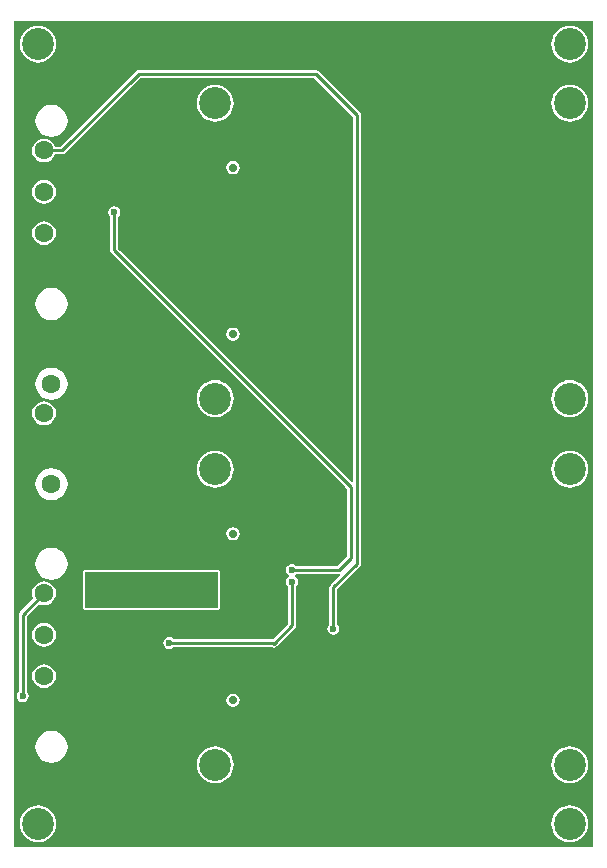
<source format=gbl>
G04 Layer_Physical_Order=2*
G04 Layer_Color=16711680*
%FSLAX25Y25*%
%MOIN*%
G70*
G01*
G75*
%ADD18C,0.01000*%
%ADD19C,0.02756*%
%ADD20C,0.06299*%
%ADD21R,0.06299X0.06299*%
%ADD22C,0.10630*%
%ADD23C,0.02362*%
G36*
X194882Y1969D02*
X1969D01*
X1969Y277559D01*
X194882D01*
Y1969D01*
D02*
G37*
%LPC*%
G36*
X11811Y90585D02*
X10783Y90450D01*
X9826Y90053D01*
X9003Y89422D01*
X8372Y88600D01*
X7975Y87642D01*
X7840Y86614D01*
X7975Y85586D01*
X8254Y84913D01*
X3796Y80456D01*
X3512Y80030D01*
X3412Y79528D01*
Y53853D01*
X3305Y53781D01*
X2870Y53130D01*
X2717Y52362D01*
X2870Y51594D01*
X3305Y50943D01*
X3956Y50508D01*
X4724Y50355D01*
X5492Y50508D01*
X6144Y50943D01*
X6579Y51594D01*
X6731Y52362D01*
X6579Y53130D01*
X6144Y53781D01*
X6037Y53853D01*
Y78984D01*
X10110Y83057D01*
X10783Y82779D01*
X11811Y82643D01*
X12839Y82779D01*
X13796Y83175D01*
X14619Y83806D01*
X15250Y84629D01*
X15647Y85586D01*
X15782Y86614D01*
X15647Y87642D01*
X15250Y88600D01*
X14619Y89422D01*
X13796Y90053D01*
X12839Y90450D01*
X11811Y90585D01*
D02*
G37*
G36*
X69685Y94504D02*
X25591D01*
X25283Y94442D01*
X25023Y94269D01*
X24849Y94008D01*
X24788Y93701D01*
Y81890D01*
X24849Y81582D01*
X25023Y81322D01*
X25283Y81148D01*
X25591Y81087D01*
X69685D01*
X69992Y81148D01*
X70253Y81322D01*
X70427Y81582D01*
X70488Y81890D01*
Y93701D01*
X70427Y94008D01*
X70253Y94269D01*
X69992Y94442D01*
X69685Y94504D01*
D02*
G37*
G36*
X11811Y76806D02*
X10783Y76670D01*
X9826Y76274D01*
X9003Y75643D01*
X8372Y74820D01*
X7975Y73862D01*
X7840Y72835D01*
X7975Y71807D01*
X8372Y70849D01*
X9003Y70027D01*
X9826Y69396D01*
X10783Y68999D01*
X11811Y68864D01*
X12839Y68999D01*
X13796Y69396D01*
X14619Y70027D01*
X15250Y70849D01*
X15647Y71807D01*
X15782Y72835D01*
X15647Y73862D01*
X15250Y74820D01*
X14619Y75643D01*
X13796Y76274D01*
X12839Y76670D01*
X11811Y76806D01*
D02*
G37*
G36*
X14291Y101818D02*
X12904Y101635D01*
X11611Y101099D01*
X10501Y100247D01*
X9649Y99137D01*
X9113Y97844D01*
X8930Y96457D01*
X9113Y95069D01*
X9649Y93776D01*
X10501Y92666D01*
X11611Y91814D01*
X12904Y91278D01*
X14291Y91096D01*
X15679Y91278D01*
X16972Y91814D01*
X18082Y92666D01*
X18934Y93776D01*
X19469Y95069D01*
X19652Y96457D01*
X19469Y97844D01*
X18934Y99137D01*
X18082Y100247D01*
X16972Y101099D01*
X15679Y101635D01*
X14291Y101818D01*
D02*
G37*
G36*
X68898Y134085D02*
X67701Y133967D01*
X66551Y133618D01*
X65491Y133051D01*
X64562Y132289D01*
X63799Y131360D01*
X63232Y130299D01*
X62884Y129149D01*
X62766Y127953D01*
X62884Y126757D01*
X63232Y125606D01*
X63799Y124546D01*
X64562Y123617D01*
X65491Y122854D01*
X66551Y122288D01*
X67701Y121939D01*
X68898Y121821D01*
X70094Y121939D01*
X71244Y122288D01*
X72304Y122854D01*
X73233Y123617D01*
X73996Y124546D01*
X74563Y125606D01*
X74912Y126757D01*
X75029Y127953D01*
X74912Y129149D01*
X74563Y130299D01*
X73996Y131360D01*
X73233Y132289D01*
X72304Y133051D01*
X71244Y133618D01*
X70094Y133967D01*
X68898Y134085D01*
D02*
G37*
G36*
X14291Y128392D02*
X12904Y128210D01*
X11611Y127674D01*
X10501Y126822D01*
X9649Y125712D01*
X9113Y124419D01*
X8930Y123031D01*
X9113Y121644D01*
X9649Y120351D01*
X10501Y119241D01*
X11611Y118389D01*
X12904Y117853D01*
X14291Y117671D01*
X15679Y117853D01*
X16972Y118389D01*
X18082Y119241D01*
X18934Y120351D01*
X19469Y121644D01*
X19652Y123031D01*
X19469Y124419D01*
X18934Y125712D01*
X18082Y126822D01*
X16972Y127674D01*
X15679Y128210D01*
X14291Y128392D01*
D02*
G37*
G36*
X74803Y108704D02*
X73958Y108536D01*
X73242Y108057D01*
X72763Y107341D01*
X72595Y106496D01*
X72763Y105651D01*
X73242Y104935D01*
X73958Y104456D01*
X74803Y104288D01*
X75648Y104456D01*
X76364Y104935D01*
X76843Y105651D01*
X77011Y106496D01*
X76843Y107341D01*
X76364Y108057D01*
X75648Y108536D01*
X74803Y108704D01*
D02*
G37*
G36*
X68898Y35659D02*
X67701Y35542D01*
X66551Y35193D01*
X65491Y34626D01*
X64562Y33863D01*
X63799Y32934D01*
X63232Y31874D01*
X62884Y30724D01*
X62766Y29528D01*
X62884Y28331D01*
X63232Y27181D01*
X63799Y26121D01*
X64562Y25192D01*
X65491Y24429D01*
X66551Y23862D01*
X67701Y23514D01*
X68898Y23396D01*
X70094Y23514D01*
X71244Y23862D01*
X72304Y24429D01*
X73233Y25192D01*
X73996Y26121D01*
X74563Y27181D01*
X74912Y28331D01*
X75029Y29528D01*
X74912Y30724D01*
X74563Y31874D01*
X73996Y32934D01*
X73233Y33863D01*
X72304Y34626D01*
X71244Y35193D01*
X70094Y35542D01*
X68898Y35659D01*
D02*
G37*
G36*
X187008Y15974D02*
X185812Y15857D01*
X184661Y15508D01*
X183601Y14941D01*
X182672Y14178D01*
X181909Y13249D01*
X181343Y12189D01*
X180994Y11039D01*
X180876Y9843D01*
X180994Y8646D01*
X181343Y7496D01*
X181909Y6436D01*
X182672Y5507D01*
X183601Y4744D01*
X184661Y4177D01*
X185812Y3828D01*
X187008Y3711D01*
X188204Y3828D01*
X189354Y4177D01*
X190415Y4744D01*
X191344Y5507D01*
X192106Y6436D01*
X192673Y7496D01*
X193022Y8646D01*
X193140Y9843D01*
X193022Y11039D01*
X192673Y12189D01*
X192106Y13249D01*
X191344Y14178D01*
X190415Y14941D01*
X189354Y15508D01*
X188204Y15857D01*
X187008Y15974D01*
D02*
G37*
G36*
X9843D02*
X8646Y15857D01*
X7496Y15508D01*
X6436Y14941D01*
X5507Y14178D01*
X4744Y13249D01*
X4177Y12189D01*
X3828Y11039D01*
X3711Y9843D01*
X3828Y8646D01*
X4177Y7496D01*
X4744Y6436D01*
X5507Y5507D01*
X6436Y4744D01*
X7496Y4177D01*
X8646Y3828D01*
X9843Y3711D01*
X11039Y3828D01*
X12189Y4177D01*
X13249Y4744D01*
X14178Y5507D01*
X14941Y6436D01*
X15508Y7496D01*
X15857Y8646D01*
X15974Y9843D01*
X15857Y11039D01*
X15508Y12189D01*
X14941Y13249D01*
X14178Y14178D01*
X13249Y14941D01*
X12189Y15508D01*
X11039Y15857D01*
X9843Y15974D01*
D02*
G37*
G36*
X187008Y35659D02*
X185812Y35542D01*
X184661Y35193D01*
X183601Y34626D01*
X182672Y33863D01*
X181909Y32934D01*
X181343Y31874D01*
X180994Y30724D01*
X180876Y29528D01*
X180994Y28331D01*
X181343Y27181D01*
X181909Y26121D01*
X182672Y25192D01*
X183601Y24429D01*
X184661Y23862D01*
X185812Y23514D01*
X187008Y23396D01*
X188204Y23514D01*
X189354Y23862D01*
X190415Y24429D01*
X191344Y25192D01*
X192106Y26121D01*
X192673Y27181D01*
X193022Y28331D01*
X193140Y29528D01*
X193022Y30724D01*
X192673Y31874D01*
X192106Y32934D01*
X191344Y33863D01*
X190415Y34626D01*
X189354Y35193D01*
X188204Y35542D01*
X187008Y35659D01*
D02*
G37*
G36*
X11811Y63026D02*
X10783Y62891D01*
X9826Y62494D01*
X9003Y61863D01*
X8372Y61041D01*
X7975Y60083D01*
X7840Y59055D01*
X7975Y58027D01*
X8372Y57070D01*
X9003Y56247D01*
X9826Y55616D01*
X10783Y55220D01*
X11811Y55084D01*
X12839Y55220D01*
X13796Y55616D01*
X14619Y56247D01*
X15250Y57070D01*
X15647Y58027D01*
X15782Y59055D01*
X15647Y60083D01*
X15250Y61041D01*
X14619Y61863D01*
X13796Y62494D01*
X12839Y62891D01*
X11811Y63026D01*
D02*
G37*
G36*
X74803Y53192D02*
X73958Y53024D01*
X73242Y52545D01*
X72763Y51829D01*
X72595Y50984D01*
X72763Y50139D01*
X73242Y49423D01*
X73958Y48945D01*
X74803Y48777D01*
X75648Y48945D01*
X76364Y49423D01*
X76843Y50139D01*
X77011Y50984D01*
X76843Y51829D01*
X76364Y52545D01*
X75648Y53024D01*
X74803Y53192D01*
D02*
G37*
G36*
X14291Y40794D02*
X12904Y40611D01*
X11611Y40076D01*
X10501Y39224D01*
X9649Y38113D01*
X9113Y36821D01*
X8930Y35433D01*
X9113Y34046D01*
X9649Y32753D01*
X10501Y31642D01*
X11611Y30790D01*
X12904Y30255D01*
X14291Y30072D01*
X15679Y30255D01*
X16972Y30790D01*
X18082Y31642D01*
X18934Y32753D01*
X19469Y34046D01*
X19652Y35433D01*
X19469Y36821D01*
X18934Y38113D01*
X18082Y39224D01*
X16972Y40076D01*
X15679Y40611D01*
X14291Y40794D01*
D02*
G37*
G36*
X187008Y134085D02*
X185812Y133967D01*
X184661Y133618D01*
X183601Y133051D01*
X182672Y132289D01*
X181909Y131360D01*
X181343Y130299D01*
X180994Y129149D01*
X180876Y127953D01*
X180994Y126757D01*
X181343Y125606D01*
X181909Y124546D01*
X182672Y123617D01*
X183601Y122854D01*
X184661Y122288D01*
X185812Y121939D01*
X187008Y121821D01*
X188204Y121939D01*
X189354Y122288D01*
X190415Y122854D01*
X191344Y123617D01*
X192106Y124546D01*
X192673Y125606D01*
X193022Y126757D01*
X193140Y127953D01*
X193022Y129149D01*
X192673Y130299D01*
X192106Y131360D01*
X191344Y132289D01*
X190415Y133051D01*
X189354Y133618D01*
X188204Y133967D01*
X187008Y134085D01*
D02*
G37*
G36*
X74803Y230751D02*
X73958Y230583D01*
X73242Y230104D01*
X72763Y229388D01*
X72595Y228543D01*
X72763Y227698D01*
X73242Y226982D01*
X73958Y226504D01*
X74803Y226336D01*
X75648Y226504D01*
X76364Y226982D01*
X76843Y227698D01*
X77011Y228543D01*
X76843Y229388D01*
X76364Y230104D01*
X75648Y230583D01*
X74803Y230751D01*
D02*
G37*
G36*
X14291Y249455D02*
X12904Y249273D01*
X11611Y248737D01*
X10501Y247885D01*
X9649Y246775D01*
X9113Y245482D01*
X8930Y244094D01*
X9113Y242707D01*
X9649Y241414D01*
X10501Y240304D01*
X11611Y239452D01*
X12904Y238916D01*
X14291Y238734D01*
X15679Y238916D01*
X16972Y239452D01*
X18082Y240304D01*
X18934Y241414D01*
X19469Y242707D01*
X19652Y244094D01*
X19469Y245482D01*
X18934Y246775D01*
X18082Y247885D01*
X16972Y248737D01*
X15679Y249273D01*
X14291Y249455D01*
D02*
G37*
G36*
X11811Y210664D02*
X10783Y210529D01*
X9826Y210132D01*
X9003Y209501D01*
X8372Y208678D01*
X7975Y207721D01*
X7840Y206693D01*
X7975Y205665D01*
X8372Y204707D01*
X9003Y203885D01*
X9826Y203254D01*
X10783Y202857D01*
X11811Y202722D01*
X12839Y202857D01*
X13796Y203254D01*
X14619Y203885D01*
X15250Y204707D01*
X15647Y205665D01*
X15782Y206693D01*
X15647Y207721D01*
X15250Y208678D01*
X14619Y209501D01*
X13796Y210132D01*
X12839Y210529D01*
X11811Y210664D01*
D02*
G37*
G36*
Y224443D02*
X10783Y224308D01*
X9826Y223911D01*
X9003Y223280D01*
X8372Y222458D01*
X7975Y221500D01*
X7840Y220472D01*
X7975Y219445D01*
X8372Y218487D01*
X9003Y217665D01*
X9826Y217034D01*
X10783Y216637D01*
X11811Y216501D01*
X12839Y216637D01*
X13796Y217034D01*
X14619Y217665D01*
X15250Y218487D01*
X15647Y219445D01*
X15782Y220472D01*
X15647Y221500D01*
X15250Y222458D01*
X14619Y223280D01*
X13796Y223911D01*
X12839Y224308D01*
X11811Y224443D01*
D02*
G37*
G36*
X9843Y275817D02*
X8646Y275699D01*
X7496Y275350D01*
X6436Y274783D01*
X5507Y274021D01*
X4744Y273092D01*
X4177Y272032D01*
X3828Y270881D01*
X3711Y269685D01*
X3828Y268489D01*
X4177Y267338D01*
X4744Y266278D01*
X5507Y265349D01*
X6436Y264587D01*
X7496Y264020D01*
X8646Y263671D01*
X9843Y263553D01*
X11039Y263671D01*
X12189Y264020D01*
X13249Y264587D01*
X14178Y265349D01*
X14941Y266278D01*
X15508Y267338D01*
X15857Y268489D01*
X15974Y269685D01*
X15857Y270881D01*
X15508Y272032D01*
X14941Y273092D01*
X14178Y274021D01*
X13249Y274783D01*
X12189Y275350D01*
X11039Y275699D01*
X9843Y275817D01*
D02*
G37*
G36*
X187008D02*
X185812Y275699D01*
X184661Y275350D01*
X183601Y274783D01*
X182672Y274021D01*
X181909Y273092D01*
X181343Y272032D01*
X180994Y270881D01*
X180876Y269685D01*
X180994Y268489D01*
X181343Y267338D01*
X181909Y266278D01*
X182672Y265349D01*
X183601Y264587D01*
X184661Y264020D01*
X185812Y263671D01*
X187008Y263553D01*
X188204Y263671D01*
X189354Y264020D01*
X190415Y264587D01*
X191344Y265349D01*
X192106Y266278D01*
X192673Y267338D01*
X193022Y268489D01*
X193140Y269685D01*
X193022Y270881D01*
X192673Y272032D01*
X192106Y273092D01*
X191344Y274021D01*
X190415Y274783D01*
X189354Y275350D01*
X188204Y275699D01*
X187008Y275817D01*
D02*
G37*
G36*
X68898Y256132D02*
X67701Y256014D01*
X66551Y255665D01*
X65491Y255099D01*
X64562Y254336D01*
X63799Y253407D01*
X63232Y252347D01*
X62884Y251196D01*
X62766Y250000D01*
X62884Y248804D01*
X63232Y247653D01*
X63799Y246593D01*
X64562Y245664D01*
X65491Y244901D01*
X66551Y244335D01*
X67701Y243986D01*
X68898Y243868D01*
X70094Y243986D01*
X71244Y244335D01*
X72304Y244901D01*
X73233Y245664D01*
X73996Y246593D01*
X74563Y247653D01*
X74912Y248804D01*
X75029Y250000D01*
X74912Y251196D01*
X74563Y252347D01*
X73996Y253407D01*
X73233Y254336D01*
X72304Y255099D01*
X71244Y255665D01*
X70094Y256014D01*
X68898Y256132D01*
D02*
G37*
G36*
X187008D02*
X185812Y256014D01*
X184661Y255665D01*
X183601Y255099D01*
X182672Y254336D01*
X181909Y253407D01*
X181343Y252347D01*
X180994Y251196D01*
X180876Y250000D01*
X180994Y248804D01*
X181343Y247653D01*
X181909Y246593D01*
X182672Y245664D01*
X183601Y244901D01*
X184661Y244335D01*
X185812Y243986D01*
X187008Y243868D01*
X188204Y243986D01*
X189354Y244335D01*
X190415Y244901D01*
X191344Y245664D01*
X192106Y246593D01*
X192673Y247653D01*
X193022Y248804D01*
X193140Y250000D01*
X193022Y251196D01*
X192673Y252347D01*
X192106Y253407D01*
X191344Y254336D01*
X190415Y255099D01*
X189354Y255665D01*
X188204Y256014D01*
X187008Y256132D01*
D02*
G37*
G36*
X68898Y157707D02*
X67701Y157589D01*
X66551Y157240D01*
X65491Y156673D01*
X64562Y155911D01*
X63799Y154982D01*
X63232Y153921D01*
X62884Y152771D01*
X62766Y151575D01*
X62884Y150379D01*
X63232Y149228D01*
X63799Y148168D01*
X64562Y147239D01*
X65491Y146476D01*
X66551Y145910D01*
X67701Y145561D01*
X68898Y145443D01*
X70094Y145561D01*
X71244Y145910D01*
X72304Y146476D01*
X73233Y147239D01*
X73996Y148168D01*
X74563Y149228D01*
X74912Y150379D01*
X75029Y151575D01*
X74912Y152771D01*
X74563Y153921D01*
X73996Y154982D01*
X73233Y155911D01*
X72304Y156673D01*
X71244Y157240D01*
X70094Y157589D01*
X68898Y157707D01*
D02*
G37*
G36*
X187008D02*
X185812Y157589D01*
X184661Y157240D01*
X183601Y156673D01*
X182672Y155911D01*
X181909Y154982D01*
X181343Y153921D01*
X180994Y152771D01*
X180876Y151575D01*
X180994Y150379D01*
X181343Y149228D01*
X181909Y148168D01*
X182672Y147239D01*
X183601Y146476D01*
X184661Y145910D01*
X185812Y145561D01*
X187008Y145443D01*
X188204Y145561D01*
X189354Y145910D01*
X190415Y146476D01*
X191344Y147239D01*
X192106Y148168D01*
X192673Y149228D01*
X193022Y150379D01*
X193140Y151575D01*
X193022Y152771D01*
X192673Y153921D01*
X192106Y154982D01*
X191344Y155911D01*
X190415Y156673D01*
X189354Y157240D01*
X188204Y157589D01*
X187008Y157707D01*
D02*
G37*
G36*
X102362Y261155D02*
X43526D01*
X43023Y261055D01*
X42597Y260771D01*
X17391Y235565D01*
X15529D01*
X15250Y236237D01*
X14619Y237060D01*
X13796Y237691D01*
X12839Y238088D01*
X11811Y238223D01*
X10783Y238088D01*
X9826Y237691D01*
X9003Y237060D01*
X8372Y236237D01*
X7975Y235280D01*
X7840Y234252D01*
X7975Y233224D01*
X8372Y232266D01*
X9003Y231444D01*
X9826Y230813D01*
X10783Y230416D01*
X11811Y230281D01*
X12839Y230416D01*
X13796Y230813D01*
X14619Y231444D01*
X15250Y232266D01*
X15529Y232939D01*
X17935D01*
X18437Y233039D01*
X18863Y233324D01*
X44069Y258530D01*
X101819D01*
X114173Y246175D01*
D01*
X114829Y245519D01*
Y123901D01*
X114367Y123710D01*
X36549Y201528D01*
Y212092D01*
X36655Y212163D01*
X37091Y212815D01*
X37243Y213583D01*
X37091Y214351D01*
X36655Y215002D01*
X36004Y215437D01*
X35236Y215590D01*
X34468Y215437D01*
X33817Y215002D01*
X33382Y214351D01*
X33229Y213583D01*
X33382Y212815D01*
X33817Y212163D01*
X33924Y212092D01*
Y201829D01*
X33827Y201683D01*
X33727Y201181D01*
X33827Y200679D01*
X34111Y200253D01*
X112861Y121503D01*
Y98969D01*
X109693Y95801D01*
X95979D01*
X95907Y95907D01*
X95256Y96342D01*
X94488Y96495D01*
X93720Y96342D01*
X93069Y95907D01*
X92634Y95256D01*
X92481Y94488D01*
X92634Y93720D01*
X93069Y93069D01*
X93441Y92820D01*
Y92219D01*
X93069Y91970D01*
X92634Y91319D01*
X92481Y90551D01*
X92634Y89783D01*
X93069Y89132D01*
X93176Y89061D01*
Y76528D01*
X88039Y71391D01*
X55034D01*
X54962Y71498D01*
X54311Y71933D01*
X53543Y72086D01*
X52775Y71933D01*
X52124Y71498D01*
X51689Y70847D01*
X51536Y70079D01*
X51689Y69311D01*
X52124Y68660D01*
X52775Y68225D01*
X53543Y68072D01*
X54311Y68225D01*
X54962Y68660D01*
X55034Y68766D01*
X87739D01*
X87884Y68669D01*
X88386Y68569D01*
X88888Y68669D01*
X89314Y68954D01*
X95416Y75056D01*
X95701Y75482D01*
X95801Y75984D01*
Y89061D01*
X95907Y89132D01*
X96342Y89783D01*
X96495Y90551D01*
X96342Y91319D01*
X95907Y91970D01*
X95535Y92219D01*
Y92820D01*
X95907Y93069D01*
X95979Y93176D01*
X110236D01*
X110312Y93191D01*
X110559Y92730D01*
X107340Y89511D01*
X107055Y89085D01*
X106955Y88583D01*
Y76294D01*
X106849Y76222D01*
X106413Y75571D01*
X106261Y74803D01*
X106413Y74035D01*
X106849Y73384D01*
X107500Y72949D01*
X108268Y72796D01*
X109036Y72949D01*
X109687Y73384D01*
X110122Y74035D01*
X110275Y74803D01*
X110122Y75571D01*
X109687Y76222D01*
X109580Y76294D01*
Y88039D01*
X117070Y95529D01*
X117354Y95954D01*
X117454Y96457D01*
Y246063D01*
X117354Y246565D01*
X117070Y246991D01*
X103290Y260771D01*
X102865Y261055D01*
X102362Y261155D01*
D02*
G37*
G36*
X11811Y150625D02*
X10783Y150489D01*
X9826Y150092D01*
X9003Y149461D01*
X8372Y148639D01*
X7975Y147681D01*
X7840Y146653D01*
X7975Y145626D01*
X8372Y144668D01*
X9003Y143846D01*
X9826Y143215D01*
X10783Y142818D01*
X11811Y142683D01*
X12839Y142818D01*
X13796Y143215D01*
X14619Y143846D01*
X15250Y144668D01*
X15647Y145626D01*
X15782Y146653D01*
X15647Y147681D01*
X15250Y148639D01*
X14619Y149461D01*
X13796Y150092D01*
X12839Y150489D01*
X11811Y150625D01*
D02*
G37*
G36*
X74803Y175239D02*
X73958Y175071D01*
X73242Y174593D01*
X72763Y173877D01*
X72595Y173032D01*
X72763Y172187D01*
X73242Y171470D01*
X73958Y170992D01*
X74803Y170824D01*
X75648Y170992D01*
X76364Y171470D01*
X76843Y172187D01*
X77011Y173032D01*
X76843Y173877D01*
X76364Y174593D01*
X75648Y175071D01*
X74803Y175239D01*
D02*
G37*
G36*
X14291Y188432D02*
X12904Y188249D01*
X11611Y187714D01*
X10501Y186862D01*
X9649Y185751D01*
X9113Y184458D01*
X8930Y183071D01*
X9113Y181683D01*
X9649Y180391D01*
X10501Y179280D01*
X11611Y178428D01*
X12904Y177893D01*
X14291Y177710D01*
X15679Y177893D01*
X16972Y178428D01*
X18082Y179280D01*
X18934Y180391D01*
X19469Y181683D01*
X19652Y183071D01*
X19469Y184458D01*
X18934Y185751D01*
X18082Y186862D01*
X16972Y187714D01*
X15679Y188249D01*
X14291Y188432D01*
D02*
G37*
G36*
Y161857D02*
X12904Y161674D01*
X11611Y161139D01*
X10501Y160287D01*
X9649Y159177D01*
X9113Y157884D01*
X8930Y156496D01*
X9113Y155109D01*
X9649Y153816D01*
X10501Y152705D01*
X11611Y151854D01*
X12904Y151318D01*
X14291Y151135D01*
X15679Y151318D01*
X16972Y151854D01*
X18082Y152705D01*
X18934Y153816D01*
X19469Y155109D01*
X19652Y156496D01*
X19469Y157884D01*
X18934Y159177D01*
X18082Y160287D01*
X16972Y161139D01*
X15679Y161674D01*
X14291Y161857D01*
D02*
G37*
%LPD*%
G36*
X69685Y81890D02*
X25591D01*
Y93701D01*
X69685D01*
Y81890D01*
D02*
G37*
D18*
X116142Y96457D02*
Y246063D01*
X11811Y234252D02*
X17935D01*
X108268Y88583D02*
X116142Y96457D01*
X108268Y74803D02*
Y88583D01*
X94488Y94488D02*
X110236D01*
X114173Y98425D01*
Y122047D01*
X4724Y52362D02*
Y79528D01*
X11811Y86614D01*
X102362Y259842D02*
X116142Y246063D01*
X17935Y234252D02*
X43526Y259842D01*
X102362D01*
X94488Y75984D02*
Y90551D01*
X88386Y69882D02*
X94488Y75984D01*
X88189Y70079D02*
X88386Y69882D01*
X53543Y70079D02*
X88189D01*
X35039Y201181D02*
X114173Y122047D01*
X35039Y201181D02*
X35236Y201378D01*
Y213583D01*
D19*
X74803Y50984D02*
D03*
Y106496D02*
D03*
Y173032D02*
D03*
Y228543D02*
D03*
D20*
X11811Y86614D02*
D03*
Y72835D02*
D03*
Y59055D02*
D03*
Y206693D02*
D03*
Y220472D02*
D03*
Y234252D02*
D03*
X14291Y156496D02*
D03*
Y123031D02*
D03*
X11811Y146653D02*
D03*
D21*
Y45276D02*
D03*
Y192913D02*
D03*
Y132874D02*
D03*
D22*
X68898Y250000D02*
D03*
X187008D02*
D03*
Y151575D02*
D03*
X68898D02*
D03*
X187008Y9843D02*
D03*
Y269685D02*
D03*
X9843D02*
D03*
Y9843D02*
D03*
X68898Y29528D02*
D03*
X187008D02*
D03*
Y127953D02*
D03*
X68898D02*
D03*
D23*
X108268Y74803D02*
D03*
X106299Y116142D02*
D03*
X102362D02*
D03*
X94488Y94488D02*
D03*
X28346Y91732D02*
D03*
Y83858D02*
D03*
Y87795D02*
D03*
X67716D02*
D03*
X106299Y237992D02*
D03*
X102362D02*
D03*
X98425D02*
D03*
X94488D02*
D03*
X67716Y224213D02*
D03*
Y220276D02*
D03*
X90551Y237992D02*
D03*
X86614D02*
D03*
X82677D02*
D03*
X78740D02*
D03*
X74803D02*
D03*
X70866D02*
D03*
X67716Y232480D02*
D03*
Y228150D02*
D03*
Y83858D02*
D03*
Y91732D02*
D03*
Y106299D02*
D03*
Y110630D02*
D03*
X70866Y116142D02*
D03*
X74803D02*
D03*
X78740D02*
D03*
X82677D02*
D03*
X86614D02*
D03*
X90551D02*
D03*
X67716Y102362D02*
D03*
X94488Y116142D02*
D03*
X98425D02*
D03*
X110236D02*
D03*
X4724Y52362D02*
D03*
X67716Y98425D02*
D03*
X94488Y90551D02*
D03*
X53543Y70079D02*
D03*
X35236Y213583D02*
D03*
M02*

</source>
